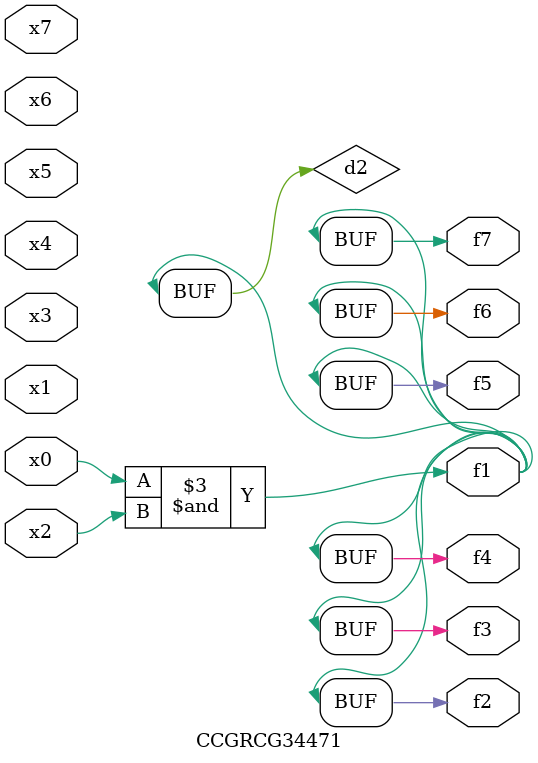
<source format=v>
module CCGRCG34471(
	input x0, x1, x2, x3, x4, x5, x6, x7,
	output f1, f2, f3, f4, f5, f6, f7
);

	wire d1, d2;

	nor (d1, x3, x6);
	and (d2, x0, x2);
	assign f1 = d2;
	assign f2 = d2;
	assign f3 = d2;
	assign f4 = d2;
	assign f5 = d2;
	assign f6 = d2;
	assign f7 = d2;
endmodule

</source>
